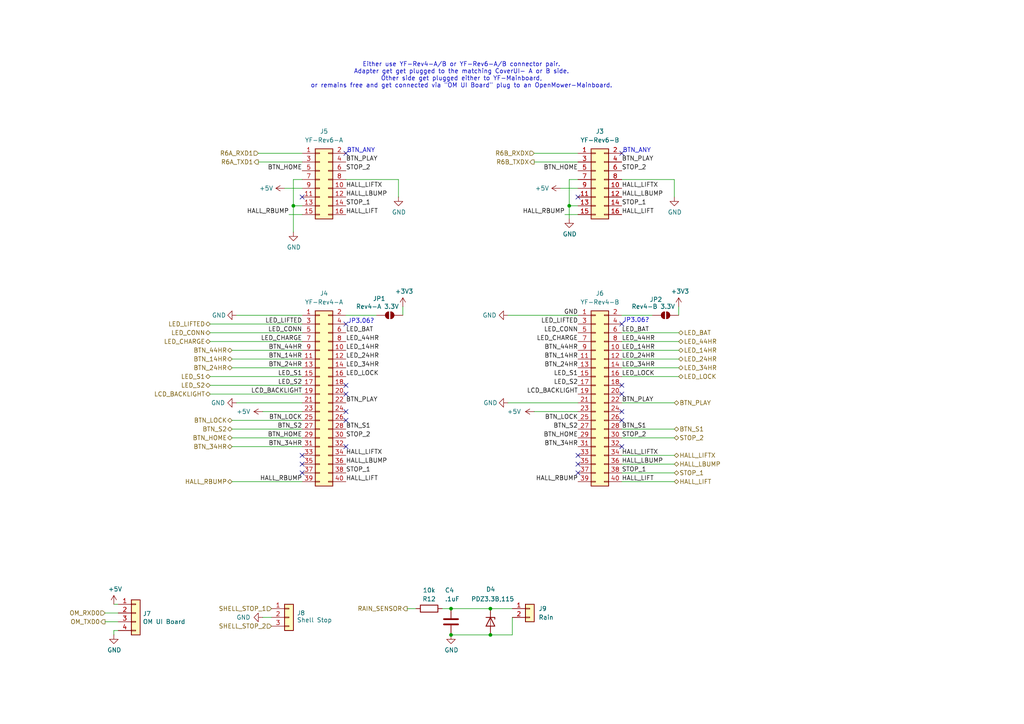
<source format=kicad_sch>
(kicad_sch (version 20231120) (generator "eeschema") (generator_version "8.0")
  (paper "A4")
  (title_block (title "YardForce Rev4-6 CoverUI-Adapter") (date "2024-11-11") (rev "0.2") (comment 1 "(C) Apehaenger 2024 <joerg@ebeling.ws>") (comment 2 "For https://openmower.de & Patrickzzz"))
  (lib_symbols
    (symbol "+5V_2" (power) (pin_numbers hide) (pin_names (offset 0) hide)
      (property "Value" "+5V" (at 0 3.556 0))
      (symbol "+5V_2_0_1"
        (polyline (pts (xy -0.762 1.27) (xy 0 2.54)))
        (polyline (pts (xy 0 0) (xy 0 2.54)))
        (polyline (pts (xy 0 2.54) (xy 0.762 1.27)))
      )
      (symbol "+5V_2_1_1"
        (pin power_in line (at 0 0 90) (length 0) (name "~") (number "1"))
      )
    )
    (symbol "+5V_3" (power) (pin_numbers hide) (pin_names (offset 0) hide)
      (property "Value" "+5V" (at 0 3.556 0))
      (symbol "+5V_3_0_1"
        (polyline (pts (xy -0.762 1.27) (xy 0 2.54)))
        (polyline (pts (xy 0 0) (xy 0 2.54)))
        (polyline (pts (xy 0 2.54) (xy 0.762 1.27)))
      )
      (symbol "+5V_3_1_1"
        (pin power_in line (at 0 0 90) (length 0) (name "~") (number "1"))
      )
    )
    (symbol "+5V_4" (power) (pin_numbers hide) (pin_names (offset 0) hide)
      (property "Value" "+5V" (at 0 3.556 0))
      (symbol "+5V_4_0_1"
        (polyline (pts (xy -0.762 1.27) (xy 0 2.54)))
        (polyline (pts (xy 0 0) (xy 0 2.54)))
        (polyline (pts (xy 0 2.54) (xy 0.762 1.27)))
      )
      (symbol "+5V_4_1_1"
        (pin power_in line (at 0 0 90) (length 0) (name "~") (number "1"))
      )
    )
    (symbol "+5V_5" (power) (pin_numbers hide) (pin_names (offset 0) hide)
      (property "Value" "+5V" (at 0 3.556 0))
      (symbol "+5V_5_0_1"
        (polyline (pts (xy -0.762 1.27) (xy 0 2.54)))
        (polyline (pts (xy 0 0) (xy 0 2.54)))
        (polyline (pts (xy 0 2.54) (xy 0.762 1.27)))
      )
      (symbol "+5V_5_1_1"
        (pin power_in line (at 0 0 90) (length 0) (name "~") (number "1"))
      )
    )
    (symbol "+5V_6" (power) (pin_numbers hide) (pin_names (offset 0) hide)
      (property "Value" "+5V" (at 0 3.556 0))
      (symbol "+5V_6_0_1"
        (polyline (pts (xy -0.762 1.27) (xy 0 2.54)))
        (polyline (pts (xy 0 0) (xy 0 2.54)))
        (polyline (pts (xy 0 2.54) (xy 0.762 1.27)))
      )
      (symbol "+5V_6_1_1"
        (pin power_in line (at 0 0 90) (length 0) (name "~") (number "1"))
      )
    )
    (symbol "Connector_Generic:Conn_01x02" (pin_names (offset 1.016) hide)
      (property "Reference" "J" (at 0 2.54 0))
      (property "Value" "Conn_01x02" (at 0 -5.08 0))
      (symbol "Conn_01x02_1_1"
        (rectangle (start -1.27 -2.413) (end 0 -2.667) (stroke (width 0.1524)))
        (rectangle (start -1.27 0.127) (end 0 -0.127) (stroke (width 0.1524)))
        (rectangle (start -1.27 1.27) (end 1.27 -3.81) (stroke (width 0.254)) (fill (type background)))
        (pin passive line (at -5.08 0 0) (length 3.81) (name "Pin_1") (number "1"))
        (pin passive line (at -5.08 -2.54 0) (length 3.81) (name "Pin_2") (number "2"))
      )
    )
    (symbol "Connector_Generic:Conn_01x03" (pin_names (offset 1.016) hide)
      (property "Reference" "J" (at 0 5.08 0))
      (property "Value" "Conn_01x03" (at 0 -5.08 0))
      (symbol "Conn_01x03_1_1"
        (rectangle (start -1.27 -2.413) (end 0 -2.667) (stroke (width 0.1524)))
        (rectangle (start -1.27 0.127) (end 0 -0.127) (stroke (width 0.1524)))
        (rectangle (start -1.27 2.667) (end 0 2.413) (stroke (width 0.1524)))
        (rectangle (start -1.27 3.81) (end 1.27 -3.81) (stroke (width 0.254)) (fill (type background)))
        (pin passive line (at -5.08 2.54 0) (length 3.81) (name "Pin_1") (number "1"))
        (pin passive line (at -5.08 0 0) (length 3.81) (name "Pin_2") (number "2"))
        (pin passive line (at -5.08 -2.54 0) (length 3.81) (name "Pin_3") (number "3"))
      )
    )
    (symbol "Connector_Generic:Conn_01x04" (pin_names (offset 1.016) hide)
      (property "Reference" "J" (at 0 5.08 0))
      (property "Value" "Conn_01x04" (at 0 -7.62 0))
      (symbol "Conn_01x04_1_1"
        (rectangle (start -1.27 -4.953) (end 0 -5.207) (stroke (width 0.1524)))
        (rectangle (start -1.27 -2.413) (end 0 -2.667) (stroke (width 0.1524)))
        (rectangle (start -1.27 0.127) (end 0 -0.127) (stroke (width 0.1524)))
        (rectangle (start -1.27 2.667) (end 0 2.413) (stroke (width 0.1524)))
        (rectangle (start -1.27 3.81) (end 1.27 -6.35) (stroke (width 0.254)) (fill (type background)))
        (pin passive line (at -5.08 2.54 0) (length 3.81) (name "Pin_1") (number "1"))
        (pin passive line (at -5.08 0 0) (length 3.81) (name "Pin_2") (number "2"))
        (pin passive line (at -5.08 -2.54 0) (length 3.81) (name "Pin_3") (number "3"))
        (pin passive line (at -5.08 -5.08 0) (length 3.81) (name "Pin_4") (number "4"))
      )
    )
    (symbol "Connector_Generic:Conn_02x08_Odd_Even" (pin_names (offset 1.016) hide)
      (property "Reference" "J" (at 1.27 10.16 0))
      (property "Value" "Conn_02x08_Odd_Even" (at 1.27 -12.7 0))
      (symbol "Conn_02x08_Odd_Even_1_1"
        (rectangle (start -1.27 -10.033) (end 0 -10.287) (stroke (width 0.1524)))
        (rectangle (start -1.27 -7.493) (end 0 -7.747) (stroke (width 0.1524)))
        (rectangle (start -1.27 -4.953) (end 0 -5.207) (stroke (width 0.1524)))
        (rectangle (start -1.27 -2.413) (end 0 -2.667) (stroke (width 0.1524)))
        (rectangle (start -1.27 0.127) (end 0 -0.127) (stroke (width 0.1524)))
        (rectangle (start -1.27 2.667) (end 0 2.413) (stroke (width 0.1524)))
        (rectangle (start -1.27 5.207) (end 0 4.953) (stroke (width 0.1524)))
        (rectangle (start -1.27 7.747) (end 0 7.493) (stroke (width 0.1524)))
        (rectangle (start -1.27 8.89) (end 3.81 -11.43) (stroke (width 0.254)) (fill (type background)))
        (rectangle (start 3.81 -10.033) (end 2.54 -10.287) (stroke (width 0.1524)))
        (rectangle (start 3.81 -7.493) (end 2.54 -7.747) (stroke (width 0.1524)))
        (rectangle (start 3.81 -4.953) (end 2.54 -5.207) (stroke (width 0.1524)))
        (rectangle (start 3.81 -2.413) (end 2.54 -2.667) (stroke (width 0.1524)))
        (rectangle (start 3.81 0.127) (end 2.54 -0.127) (stroke (width 0.1524)))
        (rectangle (start 3.81 2.667) (end 2.54 2.413) (stroke (width 0.1524)))
        (rectangle (start 3.81 5.207) (end 2.54 4.953) (stroke (width 0.1524)))
        (rectangle (start 3.81 7.747) (end 2.54 7.493) (stroke (width 0.1524)))
        (pin passive line (at -5.08 7.62 0) (length 3.81) (name "Pin_1") (number "1"))
        (pin passive line (at 7.62 -2.54 180) (length 3.81) (name "Pin_10") (number "10"))
        (pin passive line (at -5.08 -5.08 0) (length 3.81) (name "Pin_11") (number "11"))
        (pin passive line (at 7.62 -5.08 180) (length 3.81) (name "Pin_12") (number "12"))
        (pin passive line (at -5.08 -7.62 0) (length 3.81) (name "Pin_13") (number "13"))
        (pin passive line (at 7.62 -7.62 180) (length 3.81) (name "Pin_14") (number "14"))
        (pin passive line (at -5.08 -10.16 0) (length 3.81) (name "Pin_15") (number "15"))
        (pin passive line (at 7.62 -10.16 180) (length 3.81) (name "Pin_16") (number "16"))
        (pin passive line (at 7.62 7.62 180) (length 3.81) (name "Pin_2") (number "2"))
        (pin passive line (at -5.08 5.08 0) (length 3.81) (name "Pin_3") (number "3"))
        (pin passive line (at 7.62 5.08 180) (length 3.81) (name "Pin_4") (number "4"))
        (pin passive line (at -5.08 2.54 0) (length 3.81) (name "Pin_5") (number "5"))
        (pin passive line (at 7.62 2.54 180) (length 3.81) (name "Pin_6") (number "6"))
        (pin passive line (at -5.08 0 0) (length 3.81) (name "Pin_7") (number "7"))
        (pin passive line (at 7.62 0 180) (length 3.81) (name "Pin_8") (number "8"))
        (pin passive line (at -5.08 -2.54 0) (length 3.81) (name "Pin_9") (number "9"))
      )
    )
    (symbol "Connector_Generic:Conn_02x20_Odd_Even" (pin_names (offset 1.016) hide)
      (property "Reference" "J" (at 1.27 25.4 0))
      (property "Value" "Conn_02x20_Odd_Even" (at 1.27 -27.94 0))
      (symbol "Conn_02x20_Odd_Even_1_1"
        (rectangle (start -1.27 -25.273) (end 0 -25.527) (stroke (width 0.1524)))
        (rectangle (start -1.27 -22.733) (end 0 -22.987) (stroke (width 0.1524)))
        (rectangle (start -1.27 -20.193) (end 0 -20.447) (stroke (width 0.1524)))
        (rectangle (start -1.27 -17.653) (end 0 -17.907) (stroke (width 0.1524)))
        (rectangle (start -1.27 -15.113) (end 0 -15.367) (stroke (width 0.1524)))
        (rectangle (start -1.27 -12.573) (end 0 -12.827) (stroke (width 0.1524)))
        (rectangle (start -1.27 -10.033) (end 0 -10.287) (stroke (width 0.1524)))
        (rectangle (start -1.27 -7.493) (end 0 -7.747) (stroke (width 0.1524)))
        (rectangle (start -1.27 -4.953) (end 0 -5.207) (stroke (width 0.1524)))
        (rectangle (start -1.27 -2.413) (end 0 -2.667) (stroke (width 0.1524)))
        (rectangle (start -1.27 0.127) (end 0 -0.127) (stroke (width 0.1524)))
        (rectangle (start -1.27 2.667) (end 0 2.413) (stroke (width 0.1524)))
        (rectangle (start -1.27 5.207) (end 0 4.953) (stroke (width 0.1524)))
        (rectangle (start -1.27 7.747) (end 0 7.493) (stroke (width 0.1524)))
        (rectangle (start -1.27 10.287) (end 0 10.033) (stroke (width 0.1524)))
        (rectangle (start -1.27 12.827) (end 0 12.573) (stroke (width 0.1524)))
        (rectangle (start -1.27 15.367) (end 0 15.113) (stroke (width 0.1524)))
        (rectangle (start -1.27 17.907) (end 0 17.653) (stroke (width 0.1524)))
        (rectangle (start -1.27 20.447) (end 0 20.193) (stroke (width 0.1524)))
        (rectangle (start -1.27 22.987) (end 0 22.733) (stroke (width 0.1524)))
        (rectangle (start -1.27 24.13) (end 3.81 -26.67) (stroke (width 0.254)) (fill (type background)))
        (rectangle (start 3.81 -25.273) (end 2.54 -25.527) (stroke (width 0.1524)))
        (rectangle (start 3.81 -22.733) (end 2.54 -22.987) (stroke (width 0.1524)))
        (rectangle (start 3.81 -20.193) (end 2.54 -20.447) (stroke (width 0.1524)))
        (rectangle (start 3.81 -17.653) (end 2.54 -17.907) (stroke (width 0.1524)))
        (rectangle (start 3.81 -15.113) (end 2.54 -15.367) (stroke (width 0.1524)))
        (rectangle (start 3.81 -12.573) (end 2.54 -12.827) (stroke (width 0.1524)))
        (rectangle (start 3.81 -10.033) (end 2.54 -10.287) (stroke (width 0.1524)))
        (rectangle (start 3.81 -7.493) (end 2.54 -7.747) (stroke (width 0.1524)))
        (rectangle (start 3.81 -4.953) (end 2.54 -5.207) (stroke (width 0.1524)))
        (rectangle (start 3.81 -2.413) (end 2.54 -2.667) (stroke (width 0.1524)))
        (rectangle (start 3.81 0.127) (end 2.54 -0.127) (stroke (width 0.1524)))
        (rectangle (start 3.81 2.667) (end 2.54 2.413) (stroke (width 0.1524)))
        (rectangle (start 3.81 5.207) (end 2.54 4.953) (stroke (width 0.1524)))
        (rectangle (start 3.81 7.747) (end 2.54 7.493) (stroke (width 0.1524)))
        (rectangle (start 3.81 10.287) (end 2.54 10.033) (stroke (width 0.1524)))
        (rectangle (start 3.81 12.827) (end 2.54 12.573) (stroke (width 0.1524)))
        (rectangle (start 3.81 15.367) (end 2.54 15.113) (stroke (width 0.1524)))
        (rectangle (start 3.81 17.907) (end 2.54 17.653) (stroke (width 0.1524)))
        (rectangle (start 3.81 20.447) (end 2.54 20.193) (stroke (width 0.1524)))
        (rectangle (start 3.81 22.987) (end 2.54 22.733) (stroke (width 0.1524)))
        (pin passive line (at -5.08 22.86 0) (length 3.81) (name "Pin_1") (number "1"))
        (pin passive line (at 7.62 12.7 180) (length 3.81) (name "Pin_10") (number "10"))
        (pin passive line (at -5.08 10.16 0) (length 3.81) (name "Pin_11") (number "11"))
        (pin passive line (at 7.62 10.16 180) (length 3.81) (name "Pin_12") (number "12"))
        (pin passive line (at -5.08 7.62 0) (length 3.81) (name "Pin_13") (number "13"))
        (pin passive line (at 7.62 7.62 180) (length 3.81) (name "Pin_14") (number "14"))
        (pin passive line (at -5.08 5.08 0) (length 3.81) (name "Pin_15") (number "15"))
        (pin passive line (at 7.62 5.08 180) (length 3.81) (name "Pin_16") (number "16"))
        (pin passive line (at -5.08 2.54 0) (length 3.81) (name "Pin_17") (number "17"))
        (pin passive line (at 7.62 2.54 180) (length 3.81) (name "Pin_18") (number "18"))
        (pin passive line (at -5.08 0 0) (length 3.81) (name "Pin_19") (number "19"))
        (pin passive line (at 7.62 22.86 180) (length 3.81) (name "Pin_2") (number "2"))
        (pin passive line (at 7.62 0 180) (length 3.81) (name "Pin_20") (number "20"))
        (pin passive line (at -5.08 -2.54 0) (length 3.81) (name "Pin_21") (number "21"))
        (pin passive line (at 7.62 -2.54 180) (length 3.81) (name "Pin_22") (number "22"))
        (pin passive line (at -5.08 -5.08 0) (length 3.81) (name "Pin_23") (number "23"))
        (pin passive line (at 7.62 -5.08 180) (length 3.81) (name "Pin_24") (number "24"))
        (pin passive line (at -5.08 -7.62 0) (length 3.81) (name "Pin_25") (number "25"))
        (pin passive line (at 7.62 -7.62 180) (length 3.81) (name "Pin_26") (number "26"))
        (pin passive line (at -5.08 -10.16 0) (length 3.81) (name "Pin_27") (number "27"))
        (pin passive line (at 7.62 -10.16 180) (length 3.81) (name "Pin_28") (number "28"))
        (pin passive line (at -5.08 -12.7 0) (length 3.81) (name "Pin_29") (number "29"))
        (pin passive line (at -5.08 20.32 0) (length 3.81) (name "Pin_3") (number "3"))
        (pin passive line (at 7.62 -12.7 180) (length 3.81) (name "Pin_30") (number "30"))
        (pin passive line (at -5.08 -15.24 0) (length 3.81) (name "Pin_31") (number "31"))
        (pin passive line (at 7.62 -15.24 180) (length 3.81) (name "Pin_32") (number "32"))
        (pin passive line (at -5.08 -17.78 0) (length 3.81) (name "Pin_33") (number "33"))
        (pin passive line (at 7.62 -17.78 180) (length 3.81) (name "Pin_34") (number "34"))
        (pin passive line (at -5.08 -20.32 0) (length 3.81) (name "Pin_35") (number "35"))
        (pin passive line (at 7.62 -20.32 180) (length 3.81) (name "Pin_36") (number "36"))
        (pin passive line (at -5.08 -22.86 0) (length 3.81) (name "Pin_37") (number "37"))
        (pin passive line (at 7.62 -22.86 180) (length 3.81) (name "Pin_38") (number "38"))
        (pin passive line (at -5.08 -25.4 0) (length 3.81) (name "Pin_39") (number "39"))
        (pin passive line (at 7.62 20.32 180) (length 3.81) (name "Pin_4") (number "4"))
        (pin passive line (at 7.62 -25.4 180) (length 3.81) (name "Pin_40") (number "40"))
        (pin passive line (at -5.08 17.78 0) (length 3.81) (name "Pin_5") (number "5"))
        (pin passive line (at 7.62 17.78 180) (length 3.81) (name "Pin_6") (number "6"))
        (pin passive line (at -5.08 15.24 0) (length 3.81) (name "Pin_7") (number "7"))
        (pin passive line (at 7.62 15.24 180) (length 3.81) (name "Pin_8") (number "8"))
        (pin passive line (at -5.08 12.7 0) (length 3.81) (name "Pin_9") (number "9"))
      )
    )
    (symbol "Device:C" (pin_numbers hide) (pin_names (offset 0.254))
      (property "Reference" "C" (at 0.635 2.54 0))
      (property "Value" "C" (at 0.635 -2.54 0))
      (symbol "C_0_1"
        (polyline (pts (xy -2.032 -0.762) (xy 2.032 -0.762)) (stroke (width 0.508)))
        (polyline (pts (xy -2.032 0.762) (xy 2.032 0.762)) (stroke (width 0.508)))
      )
      (symbol "C_1_1"
        (pin passive line (at 0 3.81 270) (length 2.794) (name "~") (number "1"))
        (pin passive line (at 0 -3.81 90) (length 2.794) (name "~") (number "2"))
      )
    )
    (symbol "Device:D_Zener" (pin_numbers hide) (pin_names (offset 1.016) hide)
      (property "Reference" "D" (at 0 2.54 0))
      (property "Value" "D_Zener" (at 0 -2.54 0))
      (symbol "D_Zener_0_1"
        (polyline (pts (xy 1.27 0) (xy -1.27 0)))
        (polyline (pts (xy -1.27 -1.27) (xy -1.27 1.27) (xy -0.762 1.27)) (stroke (width 0.254)))
        (polyline (pts (xy 1.27 -1.27) (xy 1.27 1.27) (xy -1.27 0) (xy 1.27 -1.27)) (stroke (width 0.254)))
      )
      (symbol "D_Zener_1_1"
        (pin passive line (at -3.81 0 0) (length 2.54) (name "K") (number "1"))
        (pin passive line (at 3.81 0 180) (length 2.54) (name "A") (number "2"))
      )
    )
    (symbol "Device:R" (pin_numbers hide) (pin_names (offset 0))
      (property "Reference" "R" (at 2.032 0 90))
      (property "Value" "R" (at 0 0 90))
      (symbol "R_0_1"
        (rectangle (start -1.016 -2.54) (end 1.016 2.54) (stroke (width 0.254)))
      )
      (symbol "R_1_1"
        (pin passive line (at 0 3.81 270) (length 1.27) (name "~") (number "1"))
        (pin passive line (at 0 -3.81 90) (length 1.27) (name "~") (number "2"))
      )
    )
    (symbol "GND_10" (power) (pin_numbers hide) (pin_names (offset 0) hide)
      (property "Value" "GND" (at 0 -3.81 0))
      (symbol "GND_10_0_1"
        (polyline (pts (xy 0 0) (xy 0 -1.27) (xy 1.27 -1.27) (xy 0 -2.54) (xy -1.27 -1.27) (xy 0 -1.27)))
      )
      (symbol "GND_10_1_1"
        (pin power_in line (at 0 0 270) (length 0) (name "~") (number "1"))
      )
    )
    (symbol "GND_11" (power) (pin_numbers hide) (pin_names (offset 0) hide)
      (property "Value" "GND" (at 0 -3.81 0))
      (symbol "GND_11_0_1"
        (polyline (pts (xy 0 0) (xy 0 -1.27) (xy 1.27 -1.27) (xy 0 -2.54) (xy -1.27 -1.27) (xy 0 -1.27)))
      )
      (symbol "GND_11_1_1"
        (pin power_in line (at 0 0 270) (length 0) (name "~") (number "1"))
      )
    )
    (symbol "GND_12" (power) (pin_numbers hide) (pin_names (offset 0) hide)
      (property "Value" "GND" (at 0 -3.81 0))
      (symbol "GND_12_0_1"
        (polyline (pts (xy 0 0) (xy 0 -1.27) (xy 1.27 -1.27) (xy 0 -2.54) (xy -1.27 -1.27) (xy 0 -1.27)))
      )
      (symbol "GND_12_1_1"
        (pin power_in line (at 0 0 270) (length 0) (name "~") (number "1"))
      )
    )
    (symbol "GND_13" (power) (pin_numbers hide) (pin_names (offset 0) hide)
      (property "Value" "GND" (at 0 -3.81 0))
      (symbol "GND_13_0_1"
        (polyline (pts (xy 0 0) (xy 0 -1.27) (xy 1.27 -1.27) (xy 0 -2.54) (xy -1.27 -1.27) (xy 0 -1.27)))
      )
      (symbol "GND_13_1_1"
        (pin power_in line (at 0 0 270) (length 0) (name "~") (number "1"))
      )
    )
    (symbol "GND_3" (power) (pin_numbers hide) (pin_names (offset 0) hide)
      (property "Value" "GND" (at 0 -3.81 0))
      (symbol "GND_3_0_1"
        (polyline (pts (xy 0 0) (xy 0 -1.27) (xy 1.27 -1.27) (xy 0 -2.54) (xy -1.27 -1.27) (xy 0 -1.27)))
      )
      (symbol "GND_3_1_1"
        (pin power_in line (at 0 0 270) (length 0) (name "~") (number "1"))
      )
    )
    (symbol "GND_4" (power) (pin_numbers hide) (pin_names (offset 0) hide)
      (property "Value" "GND" (at 0 -3.81 0))
      (symbol "GND_4_0_1"
        (polyline (pts (xy 0 0) (xy 0 -1.27) (xy 1.27 -1.27) (xy 0 -2.54) (xy -1.27 -1.27) (xy 0 -1.27)))
      )
      (symbol "GND_4_1_1"
        (pin power_in line (at 0 0 270) (length 0) (name "~") (number "1"))
      )
    )
    (symbol "GND_6" (power) (pin_numbers hide) (pin_names (offset 0) hide)
      (property "Value" "GND" (at 0 -3.81 0))
      (symbol "GND_6_0_1"
        (polyline (pts (xy 0 0) (xy 0 -1.27) (xy 1.27 -1.27) (xy 0 -2.54) (xy -1.27 -1.27) (xy 0 -1.27)))
      )
      (symbol "GND_6_1_1"
        (pin power_in line (at 0 0 270) (length 0) (name "~") (number "1"))
      )
    )
    (symbol "GND_8" (power) (pin_numbers hide) (pin_names (offset 0) hide)
      (property "Value" "GND" (at 0 -3.81 0))
      (symbol "GND_8_0_1"
        (polyline (pts (xy 0 0) (xy 0 -1.27) (xy 1.27 -1.27) (xy 0 -2.54) (xy -1.27 -1.27) (xy 0 -1.27)))
      )
      (symbol "GND_8_1_1"
        (pin power_in line (at 0 0 270) (length 0) (name "~") (number "1"))
      )
    )
    (symbol "GND_9" (power) (pin_numbers hide) (pin_names (offset 0) hide)
      (property "Value" "GND" (at 0 -3.81 0))
      (symbol "GND_9_0_1"
        (polyline (pts (xy 0 0) (xy 0 -1.27) (xy 1.27 -1.27) (xy 0 -2.54) (xy -1.27 -1.27) (xy 0 -1.27)))
      )
      (symbol "GND_9_1_1"
        (pin power_in line (at 0 0 270) (length 0) (name "~") (number "1"))
      )
    )
    (symbol "Jumper:SolderJumper_2_Open" (pin_numbers hide) (pin_names (offset 0) hide) (exclude_from_sim yes) (in_bom no)
      (property "Reference" "JP" (at 0 2.032 0))
      (property "Value" "SolderJumper_2_Open" (at 0 -2.54 0))
      (symbol "SolderJumper_2_Open_0_1"
        (arc (start -0.254 1.016) (mid -1.2656 0) (end -0.254 -1.016))
        (arc (start -0.254 1.016) (mid -1.2656 0) (end -0.254 -1.016) (fill (type outline)))
        (polyline (pts (xy -0.254 1.016) (xy -0.254 -1.016)))
        (polyline (pts (xy 0.254 1.016) (xy 0.254 -1.016)))
        (arc (start 0.254 -1.016) (mid 1.2656 0) (end 0.254 1.016))
        (arc (start 0.254 -1.016) (mid 1.2656 0) (end 0.254 1.016) (fill (type outline)))
      )
      (symbol "SolderJumper_2_Open_1_1"
        (pin passive line (at -3.81 0 0) (length 2.54) (name "A") (number "1"))
        (pin passive line (at 3.81 0 180) (length 2.54) (name "B") (number "2"))
      )
    )
    (symbol "power:+3.3V" (power) (pin_numbers hide) (pin_names (offset 0) hide)
      (property "Value" "+3.3V" (at 0 3.556 0))
      (symbol "+3.3V_0_1"
        (polyline (pts (xy -0.762 1.27) (xy 0 2.54)))
        (polyline (pts (xy 0 0) (xy 0 2.54)))
        (polyline (pts (xy 0 2.54) (xy 0.762 1.27)))
      )
      (symbol "+3.3V_1_1"
        (pin power_in line (at 0 0 90) (length 0) (name "~") (number "1"))
      )
    )
    (symbol "power:GND" (power) (pin_numbers hide) (pin_names (offset 0) hide)
      (property "Value" "GND" (at 0 -3.81 0))
      (symbol "GND_0_1"
        (polyline (pts (xy 0 0) (xy 0 -1.27) (xy 1.27 -1.27) (xy 0 -2.54) (xy -1.27 -1.27) (xy 0 -1.27)))
      )
      (symbol "GND_1_1"
        (pin power_in line (at 0 0 270) (length 0) (name "~") (number "1"))
      )
    )
  )
  (junction (at 130.81 184.15))
  (junction (at 165.1 59.69))
  (junction (at 85.09 59.69))
  (junction (at 142.24 184.15))
  (junction (at 142.24 176.53))
  (junction (at 130.81 176.53))
  (no_connect (at 180.34 93.98))
  (no_connect (at 180.34 121.92))
  (no_connect (at 180.34 111.76))
  (no_connect (at 87.63 132.08))
  (no_connect (at 87.63 137.16))
  (no_connect (at 167.64 137.16))
  (no_connect (at 100.33 111.76))
  (no_connect (at 180.34 129.54))
  (no_connect (at 167.64 57.15))
  (no_connect (at 100.33 93.98))
  (no_connect (at 100.33 114.3))
  (no_connect (at 167.64 134.62))
  (no_connect (at 100.33 44.45))
  (no_connect (at 100.33 121.92))
  (no_connect (at 87.63 134.62))
  (no_connect (at 167.64 132.08))
  (no_connect (at 180.34 114.3))
  (no_connect (at 180.34 119.38))
  (no_connect (at 100.33 129.54))
  (no_connect (at 87.63 57.15))
  (no_connect (at 180.34 44.45))
  (no_connect (at 100.33 119.38))
  (wire (pts (xy 180.34 104.14) (xy 196.85 104.14)))
  (wire (pts (xy 85.09 52.07) (xy 85.09 59.69)))
  (wire (pts (xy 167.64 52.07) (xy 165.1 52.07)))
  (wire (pts (xy 60.96 109.22) (xy 87.63 109.22)))
  (wire (pts (xy 180.34 137.16) (xy 195.58 137.16)))
  (wire (pts (xy 60.96 96.52) (xy 87.63 96.52)))
  (wire (pts (xy 30.48 177.8) (xy 34.29 177.8)))
  (wire (pts (xy 87.63 52.07) (xy 85.09 52.07)))
  (wire (pts (xy 115.57 52.07) (xy 115.57 57.15)))
  (wire (pts (xy 60.96 114.3) (xy 87.63 114.3)))
  (wire (pts (xy 180.34 52.07) (xy 195.58 52.07)))
  (wire (pts (xy 60.96 111.76) (xy 87.63 111.76)))
  (wire (pts (xy 142.24 176.53) (xy 148.59 176.53)))
  (wire (pts (xy 67.31 124.46) (xy 87.63 124.46)))
  (wire (pts (xy 180.34 127) (xy 195.58 127)))
  (wire (pts (xy 67.31 127) (xy 87.63 127)))
  (wire (pts (xy 195.58 52.07) (xy 195.58 57.15)))
  (wire (pts (xy 76.2 179.07) (xy 78.74 179.07)))
  (wire (pts (xy 162.56 54.61) (xy 167.64 54.61)))
  (wire (pts (xy 100.33 91.44) (xy 109.22 91.44)))
  (wire (pts (xy 34.29 182.88) (xy 33.02 182.88)))
  (wire (pts (xy 76.2 119.38) (xy 87.63 119.38)))
  (wire (pts (xy 130.81 176.53) (xy 142.24 176.53)))
  (wire (pts (xy 67.31 129.54) (xy 87.63 129.54)))
  (wire (pts (xy 148.59 184.15) (xy 142.24 184.15)))
  (wire (pts (xy 30.48 180.34) (xy 34.29 180.34)))
  (wire (pts (xy 165.1 52.07) (xy 165.1 59.69)))
  (wire (pts (xy 196.85 88.9) (xy 196.85 91.44)))
  (wire (pts (xy 180.34 91.44) (xy 189.23 91.44)))
  (wire (pts (xy 67.31 106.68) (xy 87.63 106.68)))
  (wire (pts (xy 148.59 179.07) (xy 148.59 184.15)))
  (wire (pts (xy 180.34 96.52) (xy 196.85 96.52)))
  (wire (pts (xy 147.32 91.44) (xy 167.64 91.44)))
  (wire (pts (xy 180.34 116.84) (xy 195.58 116.84)))
  (wire (pts (xy 180.34 106.68) (xy 196.85 106.68)))
  (wire (pts (xy 165.1 59.69) (xy 165.1 63.5)))
  (wire (pts (xy 33.02 182.88) (xy 33.02 184.15)))
  (wire (pts (xy 154.94 44.45) (xy 167.64 44.45)))
  (wire (pts (xy 85.09 59.69) (xy 87.63 59.69)))
  (wire (pts (xy 180.34 109.22) (xy 196.85 109.22)))
  (wire (pts (xy 167.64 119.38) (xy 154.94 119.38)))
  (wire (pts (xy 147.32 116.84) (xy 167.64 116.84)))
  (wire (pts (xy 82.55 54.61) (xy 87.63 54.61)))
  (wire (pts (xy 67.31 104.14) (xy 87.63 104.14)))
  (wire (pts (xy 83.82 62.23) (xy 87.63 62.23)))
  (wire (pts (xy 180.34 139.7) (xy 195.58 139.7)))
  (wire (pts (xy 74.93 46.99) (xy 87.63 46.99)))
  (wire (pts (xy 165.1 59.69) (xy 167.64 59.69)))
  (wire (pts (xy 180.34 132.08) (xy 195.58 132.08)))
  (wire (pts (xy 180.34 99.06) (xy 196.85 99.06)))
  (wire (pts (xy 154.94 46.99) (xy 167.64 46.99)))
  (wire (pts (xy 128.27 176.53) (xy 130.81 176.53)))
  (wire (pts (xy 67.31 139.7) (xy 87.63 139.7)))
  (wire (pts (xy 180.34 101.6) (xy 196.85 101.6)))
  (wire (pts (xy 85.09 59.69) (xy 85.09 67.31)))
  (wire (pts (xy 180.34 134.62) (xy 195.58 134.62)))
  (wire (pts (xy 180.34 124.46) (xy 195.58 124.46)))
  (wire (pts (xy 118.11 176.53) (xy 120.65 176.53)))
  (wire (pts (xy 60.96 93.98) (xy 87.63 93.98)))
  (wire (pts (xy 60.96 99.06) (xy 87.63 99.06)))
  (wire (pts (xy 67.31 101.6) (xy 87.63 101.6)))
  (wire (pts (xy 87.63 91.44) (xy 68.58 91.44)))
  (wire (pts (xy 100.33 52.07) (xy 115.57 52.07)))
  (wire (pts (xy 68.58 116.84) (xy 87.63 116.84)))
  (wire (pts (xy 130.81 184.15) (xy 142.24 184.15)))
  (wire (pts (xy 67.31 121.92) (xy 87.63 121.92)))
  (wire (pts (xy 74.93 44.45) (xy 87.63 44.45)))
  (wire (pts (xy 116.84 88.9) (xy 116.84 91.44)))
  (wire (pts (xy 163.83 62.23) (xy 167.64 62.23)))
  (wire (pts (xy 33.02 175.26) (xy 34.29 175.26)))
  (text "BTN_ANY" (at 180.594 43.688 0) (effects (font (size 1.27 1.27)) (justify left)))
  (text "JP3.06?" (at 100.838 93.218 0) (effects (font (size 1.27 1.27)) (justify left)))
  (text "JP3.06?" (at 180.594 92.964 0) (effects (font (size 1.27 1.27)) (justify left)))
  (text "BTN_ANY" (at 100.584 43.688 0) (effects (font (size 1.27 1.27)) (justify left)))
  (text "Either use YF-Rev4-A/B or YF-Rev6-A/B connector pair.\nAdapter get get plugged to the matching CoverUI- A or B side.\nOther side get plugged either to YF-Mainboard,\nor remains free and get connected via \"OM UI Board\" plug to an OpenMower-Mainboard.\n" (at 133.858 21.844 0) (effects (font (size 1.27 1.27))))
  (label "BTN_PLAY" (at 180.34 116.84 0))
  (label "BTN_HOME" (at 87.63 127 180))
  (label "BTN_S2" (at 87.63 124.46 180))
  (label "LED_LOCK" (at 180.34 109.22 0))
  (label "BTN_34HR" (at 167.64 129.54 180))
  (label "LED_34HR" (at 180.34 106.68 0))
  (label "HALL_LIFT" (at 180.34 62.23 0))
  (label "STOP_1" (at 180.34 137.16 0))
  (label "LED_24HR" (at 180.34 104.14 0))
  (label "BTN_44HR" (at 167.64 101.6 180))
  (label "HALL_LBUMP" (at 100.33 57.15 0))
  (label "LED_24HR" (at 100.33 104.14 0))
  (label "BTN_24HR" (at 87.63 106.68 180))
  (label "STOP_2" (at 180.34 49.53 0))
  (label "HALL_RBUMP" (at 163.83 62.23 180))
  (label "BTN_HOME" (at 167.64 127 180))
  (label "LED_34HR" (at 100.33 106.68 0))
  (label "HALL_LBUMP" (at 180.34 134.62 0))
  (label "LED_CHARGE" (at 167.64 99.06 180))
  (label "HALL_LIFTX" (at 180.34 132.08 0))
  (label "BTN_PLAY" (at 180.34 46.99 0))
  (label "STOP_1" (at 180.34 59.69 0))
  (label "LED_14HR" (at 180.34 101.6 0))
  (label "HALL_LIFT" (at 100.33 62.23 0))
  (label "BTN_LOCK" (at 167.64 121.92 180))
  (label "LED_44HR" (at 100.33 99.06 0))
  (label "LED_44HR" (at 180.34 99.06 0))
  (label "BTN_S1" (at 100.33 124.46 0))
  (label "LED_LOCK" (at 100.33 109.22 0))
  (label "LCD_BACKLIGHT" (at 87.63 114.3 180))
  (label "HALL_LIFT" (at 180.34 139.7 0))
  (label "HALL_LIFTX" (at 100.33 132.08 0))
  (label "HALL_RBUMP" (at 87.63 139.7 180))
  (label "BTN_S2" (at 167.64 124.46 180))
  (label "BTN_34HR" (at 87.63 129.54 180))
  (label "STOP_2" (at 100.33 49.53 0))
  (label "BTN_44HR" (at 87.63 101.6 180))
  (label "STOP_2" (at 100.33 127 0))
  (label "HALL_LBUMP" (at 180.34 57.15 0))
  (label "BTN_14HR" (at 87.63 104.14 180))
  (label "LED_S2" (at 87.63 111.76 180))
  (label "LED_BAT" (at 100.33 96.52 0))
  (label "LED_BAT" (at 180.34 96.52 0))
  (label "HALL_LIFT" (at 100.33 139.7 0))
  (label "HALL_LBUMP" (at 100.33 134.62 0))
  (label "BTN_HOME" (at 87.63 49.53 180))
  (label "HALL_LIFTX" (at 180.34 54.61 0))
  (label "LED_S2" (at 167.64 111.76 180))
  (label "LED_CONN" (at 167.64 96.52 180))
  (label "BTN_PLAY" (at 100.33 46.99 0))
  (label "GND" (at 167.64 91.44 180))
  (label "BTN_24HR" (at 167.64 106.68 180))
  (label "LED_CONN" (at 87.63 96.52 180))
  (label "BTN_S1" (at 180.34 124.46 0))
  (label "LED_14HR" (at 100.33 101.6 0))
  (label "BTN_14HR" (at 167.64 104.14 180))
  (label "BTN_PLAY" (at 100.33 116.84 0))
  (label "STOP_1" (at 100.33 137.16 0))
  (label "BTN_LOCK" (at 87.63 121.92 180))
  (label "LED_S1" (at 87.63 109.22 180))
  (label "HALL_LIFTX" (at 100.33 54.61 0))
  (label "BTN_HOME" (at 167.64 49.53 180))
  (label "HALL_RBUMP" (at 83.82 62.23 180))
  (label "LED_CHARGE" (at 87.63 99.06 180))
  (label "STOP_1" (at 100.33 59.69 0))
  (label "HALL_RBUMP" (at 167.64 139.7 180))
  (label "LED_S1" (at 167.64 109.22 180))
  (label "LED_LIFTED" (at 167.64 93.98 180))
  (label "LCD_BACKLIGHT" (at 167.64 114.3 180))
  (label "STOP_2" (at 180.34 127 0))
  (label "LED_LIFTED" (at 87.63 93.98 180))
  (hierarchical_label "LED_44HR" (shape bidirectional) (at 196.85 99.06 0))
  (hierarchical_label "HALL_LIFT" (shape bidirectional) (at 195.58 139.7 0))
  (hierarchical_label "LED_34HR" (shape bidirectional) (at 196.85 106.68 0))
  (hierarchical_label "OM_RXD0" (shape input) (at 30.48 177.8 180))
  (hierarchical_label "R6A_TXD1" (shape output) (at 74.93 46.99 180))
  (hierarchical_label "HALL_LBUMP" (shape bidirectional) (at 195.58 134.62 0))
  (hierarchical_label "LED_24HR" (shape bidirectional) (at 196.85 104.14 0))
  (hierarchical_label "RAIN_SENSOR" (shape output) (at 118.11 176.53 180))
  (hierarchical_label "LED_14HR" (shape bidirectional) (at 196.85 101.6 0))
  (hierarchical_label "LED_S1" (shape bidirectional) (at 60.96 109.22 180))
  (hierarchical_label "BTN_34HR" (shape bidirectional) (at 67.31 129.54 180))
  (hierarchical_label "R6B_TXDX" (shape output) (at 154.94 46.99 180))
  (hierarchical_label "LED_LOCK" (shape bidirectional) (at 196.85 109.22 0))
  (hierarchical_label "LCD_BACKLIGHT" (shape bidirectional) (at 60.96 114.3 180))
  (hierarchical_label "LED_BAT" (shape bidirectional) (at 196.85 96.52 0))
  (hierarchical_label "LED_S2" (shape bidirectional) (at 60.96 111.76 180))
  (hierarchical_label "BTN_24HR" (shape bidirectional) (at 67.31 106.68 180))
  (hierarchical_label "LED_LIFTED" (shape bidirectional) (at 60.96 93.98 180))
  (hierarchical_label "BTN_44HR" (shape bidirectional) (at 67.31 101.6 180))
  (hierarchical_label "OM_TXD0" (shape output) (at 30.48 180.34 180))
  (hierarchical_label "BTN_S2" (shape bidirectional) (at 67.31 124.46 180))
  (hierarchical_label "BTN_HOME" (shape bidirectional) (at 67.31 127 180))
  (hierarchical_label "SHELL_STOP_1" (shape input) (at 78.74 176.53 180))
  (hierarchical_label "BTN_LOCK" (shape bidirectional) (at 67.31 121.92 180))
  (hierarchical_label "HALL_RBUMP" (shape bidirectional) (at 67.31 139.7 180))
  (hierarchical_label "BTN_14HR" (shape bidirectional) (at 67.31 104.14 180))
  (hierarchical_label "SHELL_STOP_2" (shape input) (at 78.74 181.61 180))
  (hierarchical_label "LED_CHARGE" (shape bidirectional) (at 60.96 99.06 180))
  (hierarchical_label "R6B_RXDX" (shape input) (at 154.94 44.45 180))
  (hierarchical_label "HALL_LIFTX" (shape bidirectional) (at 195.58 132.08 0))
  (hierarchical_label "BTN_PLAY" (shape bidirectional) (at 195.58 116.84 0))
  (hierarchical_label "STOP_2" (shape bidirectional) (at 195.58 127 0))
  (hierarchical_label "R6A_RXD1" (shape input) (at 74.93 44.45 180))
  (hierarchical_label "LED_CONN" (shape bidirectional) (at 60.96 96.52 180))
  (hierarchical_label "STOP_1" (shape bidirectional) (at 195.58 137.16 0))
  (hierarchical_label "BTN_S1" (shape bidirectional) (at 195.58 124.46 0))
  (symbol (lib_name "GND_10") (lib_id "power:GND") (at 76.2 179.07 270) (unit 1)
    (property "Reference" "#PWR012" (effects (hide yes)))
    (property "Value" "GND" (at 70.612 179.07 90))
    (property "Description" "Power symbol creates a global label with name \"GND\" , ground" (effects (hide yes)))
  )
  (symbol (lib_name "GND_4") (lib_id "power:GND") (at 68.58 91.44 270) (unit 1)
    (property "Reference" "#PWR06" (effects (hide yes)))
    (property "Value" "GND" (at 63.5 91.44 90))
    (property "Description" "Power symbol creates a global label with name \"GND\" , ground" (effects (hide yes)))
  )
  (symbol (lib_name "GND_13") (lib_id "power:GND") (at 147.32 91.44 270) (unit 1)
    (property "Reference" "#PWR017" (effects (hide yes)))
    (property "Value" "GND" (at 141.986 91.44 90))
    (property "Description" "Power symbol creates a global label with name \"GND\" , ground" (effects (hide yes)))
  )
  (symbol (lib_id "power:+3.3V") (at 116.84 88.9 0) (unit 1)
    (property "Reference" "#PWR016" (effects (hide yes)))
    (property "Value" "+3V3" (at 117.221 84.5058 0))
    (property "Description" "Power symbol creates a global label with name \"+3.3V\"" (effects (hide yes)))
  )
  (symbol (lib_name "GND_8") (lib_id "power:GND") (at 115.57 57.15 0) (unit 1)
    (property "Reference" "#PWR027" (effects (hide yes)))
    (property "Value" "GND" (at 115.697 61.5442 0))
    (property "Description" "Power symbol creates a global label with name \"GND\" , ground" (effects (hide yes)))
  )
  (symbol (lib_name "+5V_4") (lib_id "power:+5V") (at 154.94 119.38 90) (unit 1)
    (property "Reference" "#PWR023" (effects (hide yes)))
    (property "Value" "+5V" (at 149.098 119.38 90))
    (property "Description" "Power symbol creates a global label with name \"+5V\"" (effects (hide yes)))
  )
  (symbol (lib_name "GND_6") (lib_id "power:GND") (at 147.32 116.84 270) (unit 1)
    (property "Reference" "#PWR018" (effects (hide yes)))
    (property "Value" "GND" (at 142.24 116.84 90))
    (property "Description" "Power symbol creates a global label with name \"GND\" , ground" (effects (hide yes)))
  )
  (symbol (lib_id "Jumper:SolderJumper_2_Open") (at 113.03 91.44 0) (unit 1) (exclude_from_sim yes) (in_bom no)
    (property "Reference" "JP1" (at 109.982 86.614 0))
    (property "Value" "Rev4-A 3.3V" (at 109.474 88.9 0))
    (property "Footprint" "Jumper:SolderJumper-2_P1.3mm_Open_RoundedPad1.0x1.5mm" (effects (hide yes)))
    (property "Description" "Solder Jumper, 2-pole, open" (effects (hide yes)))
  )
  (symbol (lib_name "+5V_5") (lib_id "power:+5V") (at 33.02 175.26 0) (unit 1)
    (property "Reference" "#PWR09" (effects (hide yes)))
    (property "Value" "+5V" (at 33.401 170.8658 0))
    (property "Description" "Power symbol creates a global label with name \"+5V\"" (effects (hide yes)))
  )
  (symbol (lib_id "Connector_Generic:Conn_02x08_Odd_Even") (at 172.72 52.07 0) (unit 1) (in_bom no)
    (property "Reference" "J3" (at 173.99 38.1 0))
    (property "Value" "YF-Rev6-B" (at 173.99 40.64 0))
    (property "Footprint" "libs:IDC-Hybrid_2x08_P2.54mm_Latch_Vertical" (effects (hide yes)))
    (property "Description" "16 Position Header Connector 0.100\" (2.54mm) Through Hole Gold" (effects (hide yes)))
    (property "DigiKey" "S9196-ND" (effects (hide yes)))
    (property "LCSC" "C3320355" (effects (hide yes)))
  )
  (symbol (lib_name "+5V_2") (lib_id "power:+5V") (at 76.2 119.38 90) (unit 1)
    (property "Reference" "#PWR013" (effects (hide yes)))
    (property "Value" "+5V" (at 70.612 119.38 90))
    (property "Description" "Power symbol creates a global label with name \"+5V\"" (effects (hide yes)))
  )
  (symbol (lib_id "Jumper:SolderJumper_2_Open") (at 193.04 91.44 0) (unit 1) (exclude_from_sim yes) (in_bom no)
    (property "Reference" "JP2" (at 190.246 86.868 0))
    (property "Value" "Rev4-B 3.3V" (at 189.484 88.9 0))
    (property "Footprint" "Jumper:SolderJumper-2_P1.3mm_Open_RoundedPad1.0x1.5mm" (effects (hide yes)))
    (property "Description" "Solder Jumper, 2-pole, open" (effects (hide yes)))
  )
  (symbol (lib_id "Device:R") (at 124.46 176.53 90) (mirror x) (unit 1)
    (property "Reference" "R12" (at 124.46 173.736 90))
    (property "Value" "10k" (at 124.46 171.196 90))
    (property "Footprint" "Resistor_SMD:R_0603_1608Metric" (effects (hide yes)))
    (property "Description" "100mW Thick Film Resistors 75V ±100ppm/℃ ±1% 10kΩ" (effects (hide yes)))
    (property "JLC" "C25744" (effects (hide yes)))
    (property "LCSC" "C25804" (effects (hide yes)))
  )
  (symbol (lib_id "Connector_Generic:Conn_01x04") (at 39.37 177.8 0) (unit 1)
    (property "Reference" "J7" (at 41.402 178.0032 0) (effects (justify left)))
    (property "Value" "OM UI Board" (at 41.402 180.3146 0) (effects (justify left)))
    (property "Footprint" "Connector_JST:JST_XH_B4B-XH-A_1x04_P2.50mm_Vertical" (effects (hide yes)))
    (property "Digikey" "455-2249-ND" (effects (hide yes)))
    (property "Part Number" "B4B-XH-A(LF)(SN)" (effects (hide yes)))
    (property "Stock_PN" "J-JST-XH-1x4" (effects (hide yes)))
    (property "LCSC" "C144395" (effects (hide yes)))
  )
  (symbol (lib_name "GND_11") (lib_id "power:GND") (at 195.58 57.15 0) (unit 1)
    (property "Reference" "#PWR015" (effects (hide yes)))
    (property "Value" "GND" (at 195.707 61.5442 0))
    (property "Description" "Power symbol creates a global label with name \"GND\" , ground" (effects (hide yes)))
  )
  (symbol (lib_name "GND_10") (lib_id "power:GND") (at 33.02 184.15 0) (unit 1)
    (property "Reference" "#PWR010" (effects (hide yes)))
    (property "Value" "GND" (at 33.147 188.5442 0))
    (property "Description" "Power symbol creates a global label with name \"GND\" , ground" (effects (hide yes)))
  )
  (symbol (lib_name "GND_12") (lib_id "power:GND") (at 165.1 63.5 0) (unit 1)
    (property "Reference" "#PWR014" (effects (hide yes)))
    (property "Value" "GND" (at 165.227 67.8942 0))
    (property "Description" "Power symbol creates a global label with name \"GND\" , ground" (effects (hide yes)))
  )
  (symbol (lib_id "Connector_Generic:Conn_01x02") (at 153.67 176.53 0) (unit 1)
    (property "Reference" "J9" (at 156.21 176.5299 0) (effects (justify left)))
    (property "Value" "Rain" (at 156.21 179.0699 0) (effects (justify left)))
    (property "Footprint" "Connector_JST:JST_XH_B2B-XH-A_1x02_P2.50mm_Vertical" (effects (hide yes)))
    (property "Description" "1x2P 2P XH 1 2.54mm Tin 2 -25℃~+85℃ Brass 3A Direct Insert Plugin,P=2.54mm Wire To Board Connector" (effects (hide yes)))
    (property "Part Number" "ZX-XH2.54-2PZZ" (effects (hide yes)))
    (property "Stock_PN" "J-JST-XH-1x2" (effects (hide yes)))
    (property "LCSC" "C7429632" (effects (hide yes)))
  )
  (symbol (lib_id "Device:D_Zener") (at 142.24 180.34 270) (unit 1)
    (property "Reference" "D4" (at 140.97 170.942 90) (effects (justify left)))
    (property "Value" "PDZ3.3B,115" (at 136.652 173.736 90) (effects (justify left)))
    (property "Footprint" "Diode_SMD:D_SOD-323" (effects (hide yes)))
    (property "Description" "Zener diode" (effects (hide yes)))
    (property "JLC" "C426855" (effects (hide yes)))
  )
  (symbol (lib_id "Connector_Generic:Conn_01x03") (at 83.82 179.07 0) (unit 1)
    (property "Reference" "J8" (at 86.106 177.8 0) (effects (justify left)))
    (property "Value" "Shell Stop" (at 86.106 179.832 0) (effects (justify left)))
    (property "Footprint" "Connector_JST:JST_XH_B3B-XH-A_1x03_P2.50mm_Vertical" (effects (hide yes)))
    (property "Description" "Generic connector, single row, 01x03, script generated (kicad-library-utils/schlib/autogen/connector/)" (effects (hide yes)))
    (property "Part Number" "B3B-XH-A(LF)(SN)" (effects (hide yes)))
    (property "Stock_PN" "J-JST-XH-1x3" (effects (hide yes)))
    (property "LCSC" "C144394" (effects (hide yes)))
  )
  (symbol (lib_id "power:GND") (at 130.81 184.15 0) (unit 1)
    (property "Reference" "#PWR020" (effects (hide yes)))
    (property "Value" "GND" (at 130.937 188.5442 0))
    (property "Description" "Power symbol creates a global label with name \"GND\" , ground" (effects (hide yes)))
  )
  (symbol (lib_name "GND_9") (lib_id "power:GND") (at 85.09 67.31 0) (unit 1)
    (property "Reference" "#PWR025" (effects (hide yes)))
    (property "Value" "GND" (at 85.217 71.7042 0))
    (property "Description" "Power symbol creates a global label with name \"GND\" , ground" (effects (hide yes)))
  )
  (symbol (lib_id "Connector_Generic:Conn_02x20_Odd_Even") (at 92.71 114.3 0) (unit 1) (in_bom no)
    (property "Reference" "J4" (at 93.98 85.09 0))
    (property "Value" "YF-Rev4-A" (at 93.98 87.63 0))
    (property "Footprint" "libs:IDC-Hybrid_2x20_P2.54mm_Latch_Vertical" (effects (hide yes)))
    (property "Description" "40 Position Header Connector 0.100\" (2.54mm) Through Hole Gold" (effects (hide yes)))
    (property "DigiKey" "SFH11-PBPC-D20-ST-BK" (effects (hide yes)))
    (property "LCSC" "C5909928 / C3029524" (effects (hide yes)))
  )
  (symbol (lib_id "Connector_Generic:Conn_02x08_Odd_Even") (at 92.71 52.07 0) (unit 1) (in_bom no)
    (property "Reference" "J5" (at 93.98 38.1 0))
    (property "Value" "YF-Rev6-A" (at 93.98 40.64 0))
    (property "Footprint" "libs:IDC-Hybrid_2x08_P2.54mm_Latch_Vertical" (effects (hide yes)))
    (property "Description" "16 Position Header Connector 0.100\" (2.54mm) Through Hole Gold" (effects (hide yes)))
    (property "DigiKey" "S9196-ND" (effects (hide yes)))
    (property "LCSC" "C3320355 / C601981" (effects (hide yes)))
  )
  (symbol (lib_id "Device:C") (at 130.81 180.34 0) (unit 1)
    (property "Reference" "C4" (at 129.032 171.196 0) (effects (justify left)))
    (property "Value" ".1uF" (at 129.032 173.736 0) (effects (justify left)))
    (property "Footprint" "Capacitor_SMD:C_0402_1005Metric" (effects (hide yes)))
    (property "Description" "16V 100nF X7R ±10% 0402 Multilayer Ceramic Capacitors MLCC" (effects (hide yes)))
    (property "JLC" "C307331" (effects (hide yes)))
    (property "LCSC" "C1525" (effects (hide yes)))
  )
  (symbol (lib_id "power:+3.3V") (at 196.85 88.9 0) (unit 1)
    (property "Reference" "#PWR034" (effects (hide yes)))
    (property "Value" "+3V3" (at 197.231 84.5058 0))
    (property "Description" "Power symbol creates a global label with name \"+3.3V\"" (effects (hide yes)))
  )
  (symbol (lib_id "Connector_Generic:Conn_02x20_Odd_Even") (at 172.72 114.3 0) (unit 1) (in_bom no)
    (property "Reference" "J6" (at 173.99 85.09 0))
    (property "Value" "YF-Rev4-B" (at 173.99 87.63 0))
    (property "Footprint" "libs:IDC-Hybrid_2x20_P2.54mm_Latch_Vertical" (effects (hide yes)))
    (property "Description" "40 Position Header Connector 0.100\" (2.54mm) Through Hole Gold" (effects (hide yes)))
    (property "DigiKey" "SFH11-PBPC-D20-ST-BK" (effects (hide yes)))
    (property "LCSC" "C5909928" (effects (hide yes)))
  )
  (symbol (lib_name "GND_3") (lib_id "power:GND") (at 68.58 116.84 270) (unit 1)
    (property "Reference" "#PWR07" (effects (hide yes)))
    (property "Value" "GND" (at 63.246 116.84 90))
    (property "Description" "Power symbol creates a global label with name \"GND\" , ground" (effects (hide yes)))
  )
  (symbol (lib_name "+5V_3") (lib_id "power:+5V") (at 82.55 54.61 90) (unit 1)
    (property "Reference" "#PWR019" (effects (hide yes)))
    (property "Value" "+5V" (at 77.216 54.61 90))
    (property "Description" "Power symbol creates a global label with name \"+5V\"" (effects (hide yes)))
  )
  (symbol (lib_name "+5V_6") (lib_id "power:+5V") (at 162.56 54.61 90) (unit 1)
    (property "Reference" "#PWR08" (effects (hide yes)))
    (property "Value" "+5V" (at 157.226 54.61 90))
    (property "Description" "Power symbol creates a global label with name \"+5V\"" (effects (hide yes)))
  )
)
</source>
